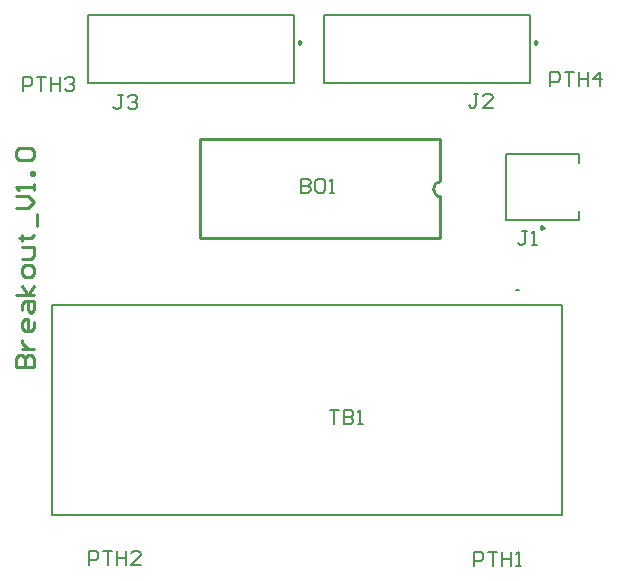
<source format=gto>
G04*
G04 #@! TF.GenerationSoftware,Altium Limited,Altium Designer,22.11.1 (43)*
G04*
G04 Layer_Color=65535*
%FSLAX25Y25*%
%MOIN*%
G70*
G04*
G04 #@! TF.SameCoordinates,3EAF4D91-0D8D-45E1-A7EC-BFDBC9DB4610*
G04*
G04*
G04 #@! TF.FilePolarity,Positive*
G04*
G01*
G75*
%ADD10C,0.00787*%
%ADD11C,0.00984*%
%ADD12C,0.01000*%
%ADD13C,0.00500*%
D10*
X159528Y-88268D02*
X158740D01*
X159528D01*
X15945Y-19193D02*
X84449D01*
X15945D02*
Y3445D01*
X84449D01*
Y-19193D02*
Y3445D01*
X94685Y-19193D02*
X163189D01*
X94685D02*
Y3445D01*
X163189D01*
Y-19193D02*
Y3445D01*
X179527Y-46031D02*
Y-43150D01*
Y-64961D02*
Y-62079D01*
X155118Y-43150D02*
X179527D01*
X155118Y-64961D02*
Y-43150D01*
Y-64961D02*
X179527D01*
X170081Y-20472D02*
Y-15749D01*
X172443D01*
X173230Y-16536D01*
Y-18110D01*
X172443Y-18897D01*
X170081D01*
X174804Y-15749D02*
X177953D01*
X176379D01*
Y-20472D01*
X179527Y-15749D02*
Y-20472D01*
Y-18110D01*
X182676D01*
Y-15749D01*
Y-20472D01*
X186612D02*
Y-15749D01*
X184250Y-18110D01*
X187399D01*
X-5903Y-22047D02*
Y-17324D01*
X-3541D01*
X-2754Y-18111D01*
Y-19685D01*
X-3541Y-20472D01*
X-5903D01*
X-1180Y-17324D02*
X1969D01*
X395D01*
Y-22047D01*
X3543Y-17324D02*
Y-22047D01*
Y-19685D01*
X6692D01*
Y-17324D01*
Y-22047D01*
X8266Y-18111D02*
X9053Y-17324D01*
X10627D01*
X11415Y-18111D01*
Y-18898D01*
X10627Y-19685D01*
X9840D01*
X10627D01*
X11415Y-20472D01*
Y-21259D01*
X10627Y-22047D01*
X9053D01*
X8266Y-21259D01*
X16145Y-179920D02*
Y-175198D01*
X18506D01*
X19293Y-175985D01*
Y-177559D01*
X18506Y-178346D01*
X16145D01*
X20867Y-175198D02*
X24016D01*
X22442D01*
Y-179920D01*
X25590Y-175198D02*
Y-179920D01*
Y-177559D01*
X28739D01*
Y-175198D01*
Y-179920D01*
X33462D02*
X30313D01*
X33462Y-176772D01*
Y-175985D01*
X32675Y-175198D01*
X31100D01*
X30313Y-175985D01*
X144491Y-180314D02*
Y-175591D01*
X146852D01*
X147639Y-176379D01*
Y-177953D01*
X146852Y-178740D01*
X144491D01*
X149214Y-175591D02*
X152362D01*
X150788D01*
Y-180314D01*
X153937Y-175591D02*
Y-180314D01*
Y-177953D01*
X157085D01*
Y-175591D01*
Y-180314D01*
X158659D02*
X160234D01*
X159447D01*
Y-175591D01*
X158659Y-176379D01*
X96459Y-128347D02*
X99607D01*
X98033D01*
Y-133070D01*
X101181Y-128347D02*
Y-133070D01*
X103543D01*
X104330Y-132283D01*
Y-131496D01*
X103543Y-130709D01*
X101181D01*
X103543D01*
X104330Y-129921D01*
Y-129134D01*
X103543Y-128347D01*
X101181D01*
X105904Y-133070D02*
X107478D01*
X106691D01*
Y-128347D01*
X105904Y-129134D01*
X27559Y-23229D02*
X25985D01*
X26772D01*
Y-27165D01*
X25985Y-27952D01*
X25198D01*
X24411Y-27165D01*
X29134Y-24016D02*
X29921Y-23229D01*
X31495D01*
X32282Y-24016D01*
Y-24803D01*
X31495Y-25591D01*
X30708D01*
X31495D01*
X32282Y-26378D01*
Y-27165D01*
X31495Y-27952D01*
X29921D01*
X29134Y-27165D01*
X146063Y-22835D02*
X144489D01*
X145276D01*
Y-26771D01*
X144489Y-27558D01*
X143702D01*
X142915Y-26771D01*
X150786Y-27558D02*
X147637D01*
X150786Y-24410D01*
Y-23623D01*
X149999Y-22835D01*
X148425D01*
X147637Y-23623D01*
X162323Y-68694D02*
X160749D01*
X161536D01*
Y-72629D01*
X160749Y-73417D01*
X159961D01*
X159174Y-72629D01*
X163897Y-73417D02*
X165471D01*
X164684D01*
Y-68694D01*
X163897Y-69481D01*
X87010Y-51182D02*
Y-55905D01*
X89371D01*
X90158Y-55118D01*
Y-54330D01*
X89371Y-53543D01*
X87010D01*
X89371D01*
X90158Y-52756D01*
Y-51969D01*
X89371Y-51182D01*
X87010D01*
X94094D02*
X92520D01*
X91733Y-51969D01*
Y-55118D01*
X92520Y-55905D01*
X94094D01*
X94881Y-55118D01*
Y-51969D01*
X94094Y-51182D01*
X96455Y-55905D02*
X98030D01*
X97243D01*
Y-51182D01*
X96455Y-51969D01*
D11*
X87008Y-5807D02*
X86270Y-5381D01*
Y-6233D01*
X87008Y-5807D01*
X165748D02*
X165010Y-5381D01*
Y-6233D01*
X165748Y-5807D01*
X167815Y-67520D02*
X167077Y-67093D01*
Y-67946D01*
X167815Y-67520D01*
D12*
X133425Y-52028D02*
X132468Y-52218D01*
X131657Y-52760D01*
X131115Y-53571D01*
X130925Y-54528D01*
X131115Y-55484D01*
X131657Y-56295D01*
X132468Y-56837D01*
X133425Y-57028D01*
Y-52028D02*
Y-38028D01*
Y-71028D02*
Y-57028D01*
X53425Y-71028D02*
X133425D01*
X53425D02*
Y-38028D01*
X133425D01*
X-7998Y-113961D02*
X-2000D01*
Y-110962D01*
X-2999Y-109962D01*
X-3999D01*
X-4999Y-110962D01*
Y-113961D01*
Y-110962D01*
X-5998Y-109962D01*
X-6998D01*
X-7998Y-110962D01*
Y-113961D01*
X-5998Y-107963D02*
X-2000D01*
X-3999D01*
X-4999Y-106963D01*
X-5998Y-105963D01*
Y-104964D01*
X-2000Y-98966D02*
Y-100965D01*
X-2999Y-101964D01*
X-4999D01*
X-5998Y-100965D01*
Y-98966D01*
X-4999Y-97966D01*
X-3999D01*
Y-101964D01*
X-5998Y-94967D02*
Y-92967D01*
X-4999Y-91968D01*
X-2000D01*
Y-94967D01*
X-2999Y-95967D01*
X-3999Y-94967D01*
Y-91968D01*
X-2000Y-89968D02*
X-7998D01*
X-3999D02*
X-5998Y-86969D01*
X-3999Y-89968D02*
X-2000Y-86969D01*
Y-82971D02*
Y-80971D01*
X-2999Y-79972D01*
X-4999D01*
X-5998Y-80971D01*
Y-82971D01*
X-4999Y-83970D01*
X-2999D01*
X-2000Y-82971D01*
X-5998Y-77972D02*
X-2999D01*
X-2000Y-76973D01*
Y-73974D01*
X-5998D01*
X-6998Y-70974D02*
X-5998D01*
Y-71974D01*
Y-69975D01*
Y-70974D01*
X-2999D01*
X-2000Y-69975D01*
X-1000Y-66976D02*
Y-62977D01*
X-7998Y-60978D02*
X-3999D01*
X-2000Y-58978D01*
X-3999Y-56979D01*
X-7998D01*
X-2000Y-54980D02*
Y-52980D01*
Y-53980D01*
X-7998D01*
X-6998Y-54980D01*
X-2000Y-49981D02*
X-2999D01*
Y-48982D01*
X-2000D01*
Y-49981D01*
X-6998Y-44983D02*
X-7998Y-43983D01*
Y-41984D01*
X-6998Y-40984D01*
X-2999D01*
X-2000Y-41984D01*
Y-43983D01*
X-2999Y-44983D01*
X-6998D01*
D13*
X174055Y-163425D02*
Y-93425D01*
X4055Y-163425D02*
X174055D01*
X4055D02*
Y-93425D01*
X174055D01*
M02*

</source>
